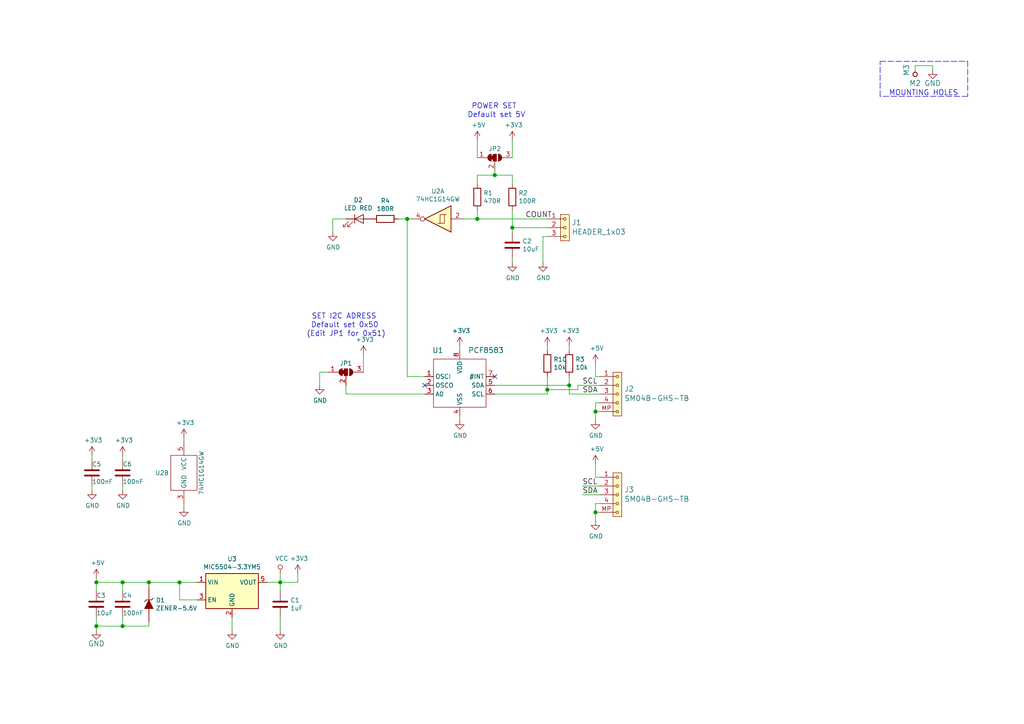
<source format=kicad_sch>
(kicad_sch (version 20210126) (generator eeschema)
  (paper "A4")
  (title_block (title "TFRPM01C") (date "2021-01-23") (company "ThunderFly s.r.o.") (comment 1 "RPM measuring device") (comment 2 "Jacho  <info@thunderfly.cz>"))
  (lib_symbols
    (symbol "Device:C" (pin_numbers hide) (pin_names (offset 0.254))
      (property "Reference" "C" (at 0.635 2.54 0))
      (property "Value" "C" (at 0.635 -2.54 0))
      (symbol "C_0_1"
        (polyline (pts (xy -2.032 -0.762) (xy 2.032 -0.762)) (stroke (width 0.508)))
        (polyline (pts (xy -2.032 0.762) (xy 2.032 0.762)) (stroke (width 0.508)))
      )
      (symbol "C_1_1"
        (pin passive line (at 0 3.81 270) (length 2.794) (name "~") (number "1"))
        (pin passive line (at 0 -3.81 90) (length 2.794) (name "~") (number "2"))
      )
    )
    (symbol "Device:LED" (pin_numbers hide) (pin_names (offset 1.016) hide)
      (property "Reference" "D" (at 0 2.54 0))
      (property "Value" "LED" (at 0 -2.54 0))
      (symbol "LED_0_1"
        (polyline (pts (xy -1.27 -1.27) (xy -1.27 1.27)) (stroke (width 0.2032)))
        (polyline (pts (xy -1.27 0) (xy 1.27 0)))
        (polyline (pts (xy 1.27 -1.27) (xy 1.27 1.27) (xy -1.27 0) (xy 1.27 -1.27)) (stroke (width 0.2032)))
        (polyline (pts (xy -3.048 -0.762) (xy -4.572 -2.286) (xy -3.81 -2.286) (xy -4.572 -2.286) (xy -4.572 -1.524)))
        (polyline (pts (xy -1.778 -0.762) (xy -3.302 -2.286) (xy -2.54 -2.286) (xy -3.302 -2.286) (xy -3.302 -1.524)))
      )
      (symbol "LED_1_1"
        (pin passive line (at -3.81 0 0) (length 2.54) (name "K") (number "1"))
        (pin passive line (at 3.81 0 180) (length 2.54) (name "A") (number "2"))
      )
    )
    (symbol "Device:R" (pin_numbers hide) (pin_names (offset 0))
      (property "Reference" "R" (at 2.032 0 90))
      (property "Value" "R" (at 0 0 90))
      (symbol "R_0_1"
        (rectangle (start -1.016 -2.54) (end 1.016 2.54) (stroke (width 0.254)))
      )
      (symbol "R_1_1"
        (pin passive line (at 0 3.81 270) (length 1.27) (name "~") (number "1"))
        (pin passive line (at 0 -3.81 90) (length 1.27) (name "~") (number "2"))
      )
    )
    (symbol "Jumper:SolderJumper_3_Bridged12" (pin_names (offset 0) hide)
      (property "Reference" "JP" (at -2.54 -2.54 0))
      (property "Value" "SolderJumper_3_Bridged12" (at 0 2.794 0))
      (symbol "SolderJumper_3_Bridged12_0_1"
        (arc (start -1.016 1.016) (end -1.016 -1.016) (radius (at -1.016 0) (length 1.016) (angles 90.1 -90.1)))
        (arc (start -1.016 1.016) (end -1.016 -1.016) (radius (at -1.016 0) (length 1.016) (angles 90.1 -90.1)) (fill (type outline)))
        (arc (start 1.016 -1.016) (end 1.016 1.016) (radius (at 1.016 0) (length 1.016) (angles -89.9 89.9)))
        (arc (start 1.016 -1.016) (end 1.016 1.016) (radius (at 1.016 0) (length 1.016) (angles -89.9 89.9)) (fill (type outline)))
        (rectangle (start -1.016 0.508) (end -0.508 -0.508) (fill (type outline)))
        (rectangle (start -0.508 1.016) (end 0.508 -1.016) (fill (type outline)))
        (polyline (pts (xy -2.54 0) (xy -2.032 0)))
        (polyline (pts (xy -1.016 1.016) (xy -1.016 -1.016)))
        (polyline (pts (xy 0 -1.27) (xy 0 -1.016)))
        (polyline (pts (xy 1.016 1.016) (xy 1.016 -1.016)))
        (polyline (pts (xy 2.54 0) (xy 2.032 0)))
      )
      (symbol "SolderJumper_3_Bridged12_1_1"
        (pin passive line (at -5.08 0 0) (length 2.54) (name "A") (number "1"))
        (pin input line (at 0 -3.81 90) (length 2.54) (name "C") (number "2"))
        (pin passive line (at 5.08 0 180) (length 2.54) (name "B") (number "3"))
      )
    )
    (symbol "MLAB_CONNECTORS_JST:SM04B-GHS-TB" (pin_names (offset 1.016))
      (property "Reference" "J" (at 0 -7.62 0))
      (property "Value" "SM04B-GHS-TB" (at 0 7.62 0))
      (symbol "SM04B-GHS-TB_0_1"
        (circle (center 0 -5.08) (radius 0.381))
        (circle (center 0 -2.54) (radius 0.381))
        (circle (center 0 0) (radius 0.381))
        (circle (center 0 2.54) (radius 0.381))
        (circle (center 0 5.08) (radius 0.381))
        (rectangle (start -1.27 6.35) (end 1.27 -6.35) (fill (type background)))
        (polyline (pts (xy -1.27 -5.08) (xy -0.381 -5.08)))
        (polyline (pts (xy -1.27 -2.54) (xy -0.381 -2.54)))
        (polyline (pts (xy -1.27 0) (xy -0.381 0)))
        (polyline (pts (xy -1.27 2.54) (xy -0.381 2.54)))
        (polyline (pts (xy -1.27 5.08) (xy -0.381 5.08)))
      )
      (symbol "SM04B-GHS-TB_1_1"
        (pin input line (at -5.08 5.08 0) (length 3.81) (name "~") (number "1"))
        (pin input line (at -5.08 2.54 0) (length 3.81) (name "~") (number "2"))
        (pin input line (at -5.08 0 0) (length 3.81) (name "~") (number "3"))
        (pin input line (at -5.08 -2.54 0) (length 3.81) (name "~") (number "4"))
        (pin input line (at -5.08 -5.08 0) (length 3.81) (name "~") (number "MP"))
      )
    )
    (symbol "MLAB_D:D_ZENER" (pin_numbers hide) (pin_names (offset 1.016) hide)
      (property "Reference" "D" (at 0 2.54 0))
      (property "Value" "D_ZENER" (at 0 -2.54 0))
      (symbol "D_ZENER_0_1"
        (polyline (pts (xy -1.778 1.27) (xy -1.27 0.762) (xy -1.27 -0.762) (xy -0.762 -1.27) (xy -0.762 -1.27)) (stroke (width 0.2032)))
        (polyline (pts (xy -1.27 0) (xy 1.27 1.27) (xy 1.27 -1.27) (xy -1.27 0) (xy -1.27 0)) (fill (type outline)))
      )
      (symbol "D_ZENER_1_1"
        (pin passive line (at -5.08 0 0) (length 3.81) (name "K") (number "1"))
        (pin passive line (at 5.08 0 180) (length 3.81) (name "A") (number "2"))
      )
    )
    (symbol "MLAB_HEADER:HEADER_1x03" (pin_names (offset 1.016))
      (property "Reference" "J" (at 0 -5.08 0))
      (property "Value" "HEADER_1x03" (at 0 5.08 0))
      (symbol "HEADER_1x03_0_1"
        (circle (center 0 2.54) (radius 0.381))
        (circle (center 0 0) (radius 0.381))
        (circle (center 0 -2.54) (radius 0.381))
        (rectangle (start -1.27 3.81) (end 1.27 -3.81) (fill (type background)))
        (polyline (pts (xy -1.27 2.54) (xy -0.381 2.54)))
        (polyline (pts (xy -1.27 0) (xy -0.381 0)))
        (polyline (pts (xy -1.27 -2.54) (xy -0.381 -2.54)))
      )
      (symbol "HEADER_1x03_1_1"
        (pin input line (at -5.08 2.54 0) (length 3.81) (name "~") (number "1"))
        (pin input line (at -5.08 0 0) (length 3.81) (name "~") (number "2"))
        (pin input line (at -5.08 -2.54 0) (length 3.81) (name "~") (number "3"))
      )
    )
    (symbol "MLAB_IO:74AHC1G14GV"
      (property "Reference" "U" (at -2.54 1.27 0))
      (property "Value" "74AHC1G14GV" (at 1.27 -6.35 0))
      (symbol "74AHC1G14GV_1_0"
        (polyline (pts (xy -3.81 3.81) (xy -3.81 -3.81) (xy 3.81 0) (xy -3.81 3.81)) (stroke (width 0.254)) (fill (type background)))
        (pin input line (at -7.62 0 0) (length 3.81) (name "~") (number "2"))
        (pin output inverted (at 7.62 0 180) (length 3.81) (name "~") (number "4"))
      )
      (symbol "74AHC1G14GV_1_1"
        (polyline (pts (xy -1.905 -1.27) (xy -1.905 1.27) (xy -0.635 1.27)))
        (polyline (pts (xy -2.54 -1.27) (xy -0.635 -1.27) (xy -0.635 1.27) (xy 0 1.27)))
      )
      (symbol "74AHC1G14GV_2_0"
        (pin input line (at 0 -8.89 90) (length 3.81) (name "GND") (number "3"))
        (pin input line (at 0 8.89 270) (length 3.81) (name "VCC") (number "5"))
      )
      (symbol "74AHC1G14GV_2_1"
        (rectangle (start -3.81 5.08) (end 3.81 -5.08))
      )
    )
    (symbol "MLAB_IO:PCF8583"
      (property "Reference" "U" (at -5.08 10.16 0))
      (property "Value" "PCF8583" (at 7.62 10.16 0))
      (symbol "PCF8583_0_1"
        (rectangle (start -7.62 8.89) (end 7.62 -5.08))
      )
      (symbol "PCF8583_1_1"
        (pin input line (at -10.16 3.81 0) (length 2.54) (name "OSCI") (number "1"))
        (pin output line (at -10.16 1.27 0) (length 2.54) (name "OSCO") (number "2"))
        (pin input line (at -10.16 -1.27 0) (length 2.54) (name "A0") (number "3"))
        (pin power_in line (at 0 -7.62 90) (length 2.54) (name "VSS") (number "4"))
        (pin bidirectional line (at 10.16 1.27 180) (length 2.54) (name "SDA") (number "5"))
        (pin input line (at 10.16 -1.27 180) (length 2.54) (name "SCL") (number "6"))
        (pin output line (at 10.16 3.81 180) (length 2.54) (name "#INT") (number "7"))
        (pin power_in line (at 0 11.43 270) (length 2.54) (name "VDD") (number "8"))
      )
    )
    (symbol "MLAB_MECHANICAL:HOLE" (pin_numbers hide) (pin_names (offset 1.016) hide)
      (property "Reference" "M" (at 0 2.54 0))
      (property "Value" "HOLE" (at 0 -2.54 0))
      (symbol "HOLE_0_1"
        (circle (center 0 0) (radius 0.635) (stroke (width 0.254)))
      )
      (symbol "HOLE_1_1"
        (pin input line (at 1.27 0 180) (length 0.635) (name "~") (number "1"))
      )
    )
    (symbol "Regulator_Linear:MIC5504-3.3YM5"
      (property "Reference" "U" (at -7.62 8.89 0))
      (property "Value" "MIC5504-3.3YM5" (at -7.62 6.35 0))
      (symbol "MIC5504-3.3YM5_0_1"
        (rectangle (start -7.62 -5.08) (end 7.62 5.08) (stroke (width 0.254)) (fill (type background)))
      )
      (symbol "MIC5504-3.3YM5_1_1"
        (pin power_in line (at -10.16 2.54 0) (length 2.54) (name "VIN") (number "1"))
        (pin power_in line (at 0 -7.62 90) (length 2.54) (name "GND") (number "2"))
        (pin input line (at -10.16 -2.54 0) (length 2.54) (name "EN") (number "3"))
        (pin no_connect line (at 7.62 -2.54 180) (length 2.54) hide (name "NC") (number "4"))
        (pin power_out line (at 10.16 2.54 180) (length 2.54) (name "VOUT") (number "5"))
      )
    )
    (symbol "power:+3V3" (power) (pin_names (offset 0))
      (property "Value" "+3V3" (at 0 3.556 0))
      (symbol "+3V3_0_1"
        (polyline (pts (xy -0.762 1.27) (xy 0 2.54)))
        (polyline (pts (xy 0 0) (xy 0 2.54)))
        (polyline (pts (xy 0 2.54) (xy 0.762 1.27)))
      )
      (symbol "+3V3_1_1"
        (pin power_in line (at 0 0 90) (length 0) hide (name "+3V3") (number "1"))
      )
    )
    (symbol "power:+5V" (power) (pin_names (offset 0))
      (property "Value" "+5V" (at 0 3.556 0))
      (symbol "+5V_0_1"
        (polyline (pts (xy -0.762 1.27) (xy 0 2.54)))
        (polyline (pts (xy 0 0) (xy 0 2.54)))
        (polyline (pts (xy 0 2.54) (xy 0.762 1.27)))
      )
      (symbol "+5V_1_1"
        (pin power_in line (at 0 0 90) (length 0) hide (name "+5V") (number "1"))
      )
    )
    (symbol "power:GND" (power) (pin_names (offset 0))
      (property "Value" "GND" (at 0 -3.81 0))
      (symbol "GND_0_1"
        (polyline (pts (xy 0 0) (xy 0 -1.27) (xy 1.27 -1.27) (xy 0 -2.54) (xy -1.27 -1.27) (xy 0 -1.27)))
      )
      (symbol "GND_1_1"
        (pin power_in line (at 0 0 270) (length 0) hide (name "GND") (number "1"))
      )
    )
    (symbol "power:VCC" (power) (pin_names (offset 0))
      (property "Value" "VCC" (at 0 3.81 0))
      (symbol "VCC_0_1"
        (circle (center 0 1.905) (radius 0.635))
        (polyline (pts (xy 0 0) (xy 0 1.27)))
      )
      (symbol "VCC_1_1"
        (pin power_in line (at 0 0 90) (length 0) hide (name "VCC") (number "1"))
      )
    )
  )
  (junction (at 27.94 168.91) (diameter 1.016))
  (junction (at 27.94 181.61) (diameter 1.016))
  (junction (at 35.56 168.91) (diameter 1.016))
  (junction (at 35.56 181.61) (diameter 1.016))
  (junction (at 43.18 168.91) (diameter 1.016))
  (junction (at 52.07 168.91) (diameter 1.016))
  (junction (at 81.28 168.91) (diameter 1.016))
  (junction (at 118.11 63.5) (diameter 1.016))
  (junction (at 138.43 63.5) (diameter 1.016))
  (junction (at 143.51 50.8) (diameter 1.016))
  (junction (at 148.59 66.04) (diameter 1.016))
  (junction (at 158.75 113.03) (diameter 1.016))
  (junction (at 165.1 111.76) (diameter 1.016))
  (junction (at 172.72 119.38) (diameter 1.016))
  (junction (at 172.72 148.59) (diameter 1.016))
  (no_connect (at 123.19 111.76))
  (no_connect (at 143.51 109.22))
  (wire (pts (xy 26.67 132.08) (xy 26.67 133.35)))
  (wire (pts (xy 26.67 140.97) (xy 26.67 142.24)))
  (wire (pts (xy 27.94 167.64) (xy 27.94 168.91)))
  (wire (pts (xy 27.94 168.91) (xy 35.56 168.91)))
  (wire (pts (xy 27.94 171.45) (xy 27.94 168.91)))
  (wire (pts (xy 27.94 179.07) (xy 27.94 181.61)))
  (wire (pts (xy 27.94 181.61) (xy 27.94 182.88)))
  (wire (pts (xy 27.94 181.61) (xy 35.56 181.61)))
  (wire (pts (xy 35.56 132.08) (xy 35.56 133.35)))
  (wire (pts (xy 35.56 140.97) (xy 35.56 142.24)))
  (wire (pts (xy 35.56 168.91) (xy 43.18 168.91)))
  (wire (pts (xy 35.56 171.45) (xy 35.56 168.91)))
  (wire (pts (xy 35.56 179.07) (xy 35.56 181.61)))
  (wire (pts (xy 35.56 181.61) (xy 43.18 181.61)))
  (wire (pts (xy 43.18 168.91) (xy 52.07 168.91)))
  (wire (pts (xy 43.18 170.18) (xy 43.18 168.91)))
  (wire (pts (xy 43.18 180.34) (xy 43.18 181.61)))
  (wire (pts (xy 52.07 173.99) (xy 52.07 168.91)))
  (wire (pts (xy 53.34 127) (xy 53.34 128.27)))
  (wire (pts (xy 53.34 146.05) (xy 53.34 147.32)))
  (wire (pts (xy 57.15 168.91) (xy 52.07 168.91)))
  (wire (pts (xy 57.15 173.99) (xy 52.07 173.99)))
  (wire (pts (xy 67.31 179.07) (xy 67.31 182.88)))
  (wire (pts (xy 77.47 168.91) (xy 81.28 168.91)))
  (wire (pts (xy 81.28 166.37) (xy 81.28 168.91)))
  (wire (pts (xy 81.28 168.91) (xy 81.28 171.45)))
  (wire (pts (xy 81.28 168.91) (xy 86.36 168.91)))
  (wire (pts (xy 81.28 179.07) (xy 81.28 182.88)))
  (wire (pts (xy 86.36 168.91) (xy 86.36 166.37)))
  (wire (pts (xy 92.71 107.95) (xy 92.71 111.76)))
  (wire (pts (xy 95.25 107.95) (xy 92.71 107.95)))
  (wire (pts (xy 96.52 63.5) (xy 100.33 63.5)))
  (wire (pts (xy 96.52 67.31) (xy 96.52 63.5)))
  (wire (pts (xy 100.33 114.3) (xy 100.33 111.76)))
  (wire (pts (xy 100.33 114.3) (xy 123.19 114.3)))
  (wire (pts (xy 105.41 102.87) (xy 105.41 107.95)))
  (wire (pts (xy 115.57 63.5) (xy 118.11 63.5)))
  (wire (pts (xy 118.11 63.5) (xy 118.11 109.22)))
  (wire (pts (xy 118.11 63.5) (xy 119.38 63.5)))
  (wire (pts (xy 118.11 109.22) (xy 123.19 109.22)))
  (wire (pts (xy 133.35 100.33) (xy 133.35 101.6)))
  (wire (pts (xy 133.35 121.92) (xy 133.35 120.65)))
  (wire (pts (xy 134.62 63.5) (xy 138.43 63.5)))
  (wire (pts (xy 138.43 40.64) (xy 138.43 45.72)))
  (wire (pts (xy 138.43 50.8) (xy 138.43 53.34)))
  (wire (pts (xy 138.43 50.8) (xy 143.51 50.8)))
  (wire (pts (xy 138.43 60.96) (xy 138.43 63.5)))
  (wire (pts (xy 138.43 63.5) (xy 158.75 63.5)))
  (wire (pts (xy 143.51 49.53) (xy 143.51 50.8)))
  (wire (pts (xy 143.51 50.8) (xy 148.59 50.8)))
  (wire (pts (xy 143.51 111.76) (xy 165.1 111.76)))
  (wire (pts (xy 148.59 40.64) (xy 148.59 45.72)))
  (wire (pts (xy 148.59 50.8) (xy 148.59 53.34)))
  (wire (pts (xy 148.59 60.96) (xy 148.59 66.04)))
  (wire (pts (xy 148.59 66.04) (xy 148.59 67.31)))
  (wire (pts (xy 148.59 66.04) (xy 158.75 66.04)))
  (wire (pts (xy 148.59 74.93) (xy 148.59 76.2)))
  (wire (pts (xy 157.48 68.58) (xy 157.48 76.2)))
  (wire (pts (xy 158.75 68.58) (xy 157.48 68.58)))
  (wire (pts (xy 158.75 100.33) (xy 158.75 101.6)))
  (wire (pts (xy 158.75 109.22) (xy 158.75 113.03)))
  (wire (pts (xy 158.75 113.03) (xy 158.75 114.3)))
  (wire (pts (xy 158.75 113.03) (xy 167.64 113.03)))
  (wire (pts (xy 158.75 114.3) (xy 143.51 114.3)))
  (wire (pts (xy 165.1 100.33) (xy 165.1 101.6)))
  (wire (pts (xy 165.1 109.22) (xy 165.1 111.76)))
  (wire (pts (xy 165.1 111.76) (xy 165.1 114.3)))
  (wire (pts (xy 165.1 114.3) (xy 173.99 114.3)))
  (wire (pts (xy 167.64 111.76) (xy 173.99 111.76)))
  (wire (pts (xy 167.64 113.03) (xy 167.64 111.76)))
  (wire (pts (xy 168.91 140.97) (xy 173.99 140.97)))
  (wire (pts (xy 168.91 143.51) (xy 173.99 143.51)))
  (wire (pts (xy 172.72 105.41) (xy 172.72 109.22)))
  (wire (pts (xy 172.72 109.22) (xy 173.99 109.22)))
  (wire (pts (xy 172.72 116.84) (xy 172.72 119.38)))
  (wire (pts (xy 172.72 119.38) (xy 172.72 121.92)))
  (wire (pts (xy 172.72 134.62) (xy 172.72 138.43)))
  (wire (pts (xy 172.72 138.43) (xy 173.99 138.43)))
  (wire (pts (xy 172.72 146.05) (xy 172.72 148.59)))
  (wire (pts (xy 172.72 148.59) (xy 172.72 151.13)))
  (wire (pts (xy 173.99 116.84) (xy 172.72 116.84)))
  (wire (pts (xy 173.99 119.38) (xy 172.72 119.38)))
  (wire (pts (xy 173.99 146.05) (xy 172.72 146.05)))
  (wire (pts (xy 173.99 148.59) (xy 172.72 148.59)))
  (wire (pts (xy 265.43 20.32) (xy 265.43 19.05)))
  (wire (pts (xy 270.51 19.05) (xy 265.43 19.05)))
  (wire (pts (xy 270.51 20.32) (xy 270.51 19.05)))
  (polyline (pts (xy 255.27 17.78) (xy 280.67 17.78)) (stroke (width 0) (type dash)))
  (polyline (pts (xy 255.27 27.94) (xy 255.27 17.78)) (stroke (width 0) (type dash)))
  (polyline (pts (xy 280.67 17.78) (xy 280.67 27.94)) (stroke (width 0) (type dash)))
  (polyline (pts (xy 280.67 27.94) (xy 255.27 27.94)) (stroke (width 0) (type dash)))
  (text "(Edit JP1 for 0x51)" (at 88.9 97.79 0) (effects (font (size 1.524 1.524)) (justify left bottom)))
  (text "Default set 0x50" (at 90.17 95.25 0) (effects (font (size 1.524 1.524)) (justify left bottom)))
  (text "SET I2C ADRESS" (at 109.22 92.71 180) (effects (font (size 1.524 1.524)) (justify right bottom)))
  (text "POWER SET\n" (at 149.86 31.75 180) (effects (font (size 1.524 1.524)) (justify right bottom)))
  (text "Default set 5V" (at 152.4 34.29 180) (effects (font (size 1.524 1.524)) (justify right bottom)))
  (text "MOUNTING HOLES" (at 257.81 27.94 0) (effects (font (size 1.524 1.524)) (justify left bottom)))
  (label "COUNT" (at 152.4 63.5 0) (effects (font (size 1.524 1.524))))
  (label "SCL" (at 168.91 111.76 0) (effects (font (size 1.524 1.524))))
  (label "SDA" (at 168.91 114.3 0) (effects (font (size 1.524 1.524))))
  (label "SCL" (at 168.91 140.97 0) (effects (font (size 1.524 1.524))))
  (label "SDA" (at 168.91 143.51 0) (effects (font (size 1.524 1.524))))
  (symbol (lib_id "MLAB_MECHANICAL:HOLE") (at 265.43 21.59 90) (unit 1)
    (property "Reference" "M2" (at 265.43 24.13 90) (effects (font (size 1.524 1.524))))
    (property "Value" "M3" (at 262.89 20.32 0) (effects (font (size 1.524 1.524))))
    (property "Footprint" "Mlab_Mechanical:MountingHole_3mm" (effects hide))
  )
  (symbol (lib_id "power:VCC") (at 81.28 166.37 0) (unit 1)
    (property "Reference" "#PWR0111" (effects hide))
    (property "Value" "VCC" (at 81.7118 161.9758 0))
  )
  (symbol (lib_id "power:+3V3") (at 26.67 132.08 0) (unit 1)
    (property "Reference" "#PWR0117" (effects hide))
    (property "Value" "+3V3" (at 27.051 127.6858 0))
  )
  (symbol (lib_id "power:+5V") (at 27.94 167.64 0) (unit 1)
    (property "Reference" "#PWR0105" (effects hide))
    (property "Value" "+5V" (at 28.321 163.2458 0))
  )
  (symbol (lib_id "power:+3V3") (at 35.56 132.08 0) (unit 1)
    (property "Reference" "#PWR0120" (effects hide))
    (property "Value" "+3V3" (at 35.941 127.6858 0))
  )
  (symbol (lib_id "power:+3V3") (at 53.34 127 0) (unit 1)
    (property "Reference" "#PWR0121" (effects hide))
    (property "Value" "+3V3" (at 53.721 122.6058 0))
  )
  (symbol (lib_id "power:+3V3") (at 86.36 166.37 0) (unit 1)
    (property "Reference" "#PWR0112" (effects hide))
    (property "Value" "+3V3" (at 86.741 161.9758 0))
  )
  (symbol (lib_id "power:+3V3") (at 105.41 102.87 0) (unit 1)
    (property "Reference" "#PWR0106" (effects hide))
    (property "Value" "+3V3" (at 105.791 98.4758 0))
  )
  (symbol (lib_id "power:+3V3") (at 133.35 100.33 0) (unit 1)
    (property "Reference" "#PWR0110" (effects hide))
    (property "Value" "+3V3" (at 133.731 95.9358 0))
  )
  (symbol (lib_id "power:+5V") (at 138.43 40.64 0) (unit 1)
    (property "Reference" "#PWR0101" (effects hide))
    (property "Value" "+5V" (at 138.811 36.2458 0))
  )
  (symbol (lib_id "power:+3V3") (at 148.59 40.64 0) (unit 1)
    (property "Reference" "#PWR0104" (effects hide))
    (property "Value" "+3V3" (at 148.971 36.2458 0))
  )
  (symbol (lib_id "power:+3V3") (at 158.75 100.33 0) (unit 1)
    (property "Reference" "#PWR0107" (effects hide))
    (property "Value" "+3V3" (at 159.131 95.9358 0))
  )
  (symbol (lib_id "power:+3V3") (at 165.1 100.33 0) (unit 1)
    (property "Reference" "#PWR0108" (effects hide))
    (property "Value" "+3V3" (at 165.481 95.9358 0))
  )
  (symbol (lib_id "power:+5V") (at 172.72 105.41 0) (unit 1)
    (property "Reference" "#PWR0109" (effects hide))
    (property "Value" "+5V" (at 173.101 101.0158 0))
  )
  (symbol (lib_id "power:+5V") (at 172.72 134.62 0) (unit 1)
    (property "Reference" "#PWR0116" (effects hide))
    (property "Value" "+5V" (at 173.101 130.2258 0))
  )
  (symbol (lib_id "power:GND") (at 26.67 142.24 0) (unit 1)
    (property "Reference" "#PWR0118" (effects hide))
    (property "Value" "GND" (at 26.797 146.6342 0))
  )
  (symbol (lib_id "power:GND") (at 27.94 182.88 0) (unit 1)
    (property "Reference" "#PWR012" (effects hide))
    (property "Value" "GND" (at 27.94 186.69 0) (effects (font (size 1.524 1.524))))
  )
  (symbol (lib_id "power:GND") (at 35.56 142.24 0) (unit 1)
    (property "Reference" "#PWR0119" (effects hide))
    (property "Value" "GND" (at 35.687 146.6342 0))
  )
  (symbol (lib_id "power:GND") (at 53.34 147.32 0) (unit 1)
    (property "Reference" "#PWR0122" (effects hide))
    (property "Value" "GND" (at 53.467 151.7142 0))
  )
  (symbol (lib_id "power:GND") (at 67.31 182.88 0) (unit 1)
    (property "Reference" "#PWR0113" (effects hide))
    (property "Value" "GND" (at 67.437 187.2742 0))
  )
  (symbol (lib_id "power:GND") (at 81.28 182.88 0) (unit 1)
    (property "Reference" "#PWR0114" (effects hide))
    (property "Value" "GND" (at 81.407 187.2742 0))
  )
  (symbol (lib_id "power:GND") (at 92.71 111.76 0) (unit 1)
    (property "Reference" "#PWR04" (effects hide))
    (property "Value" "GND" (at 92.837 116.1542 0))
  )
  (symbol (lib_id "power:GND") (at 96.52 67.31 0) (unit 1)
    (property "Reference" "#PWR014" (effects hide))
    (property "Value" "GND" (at 96.647 71.7042 0))
  )
  (symbol (lib_id "power:GND") (at 133.35 121.92 0) (unit 1)
    (property "Reference" "#PWR06" (effects hide))
    (property "Value" "GND" (at 133.477 126.3142 0))
  )
  (symbol (lib_id "power:GND") (at 148.59 76.2 0) (unit 1)
    (property "Reference" "#PWR0103" (effects hide))
    (property "Value" "GND" (at 148.717 80.5942 0))
  )
  (symbol (lib_id "power:GND") (at 157.48 76.2 0) (unit 1)
    (property "Reference" "#PWR0102" (effects hide))
    (property "Value" "GND" (at 157.607 80.5942 0))
  )
  (symbol (lib_id "power:GND") (at 172.72 121.92 0) (unit 1)
    (property "Reference" "#PWR09" (effects hide))
    (property "Value" "GND" (at 172.847 126.3142 0))
  )
  (symbol (lib_id "power:GND") (at 172.72 151.13 0) (unit 1)
    (property "Reference" "#PWR0115" (effects hide))
    (property "Value" "GND" (at 172.847 155.5242 0))
  )
  (symbol (lib_id "power:GND") (at 270.51 20.32 0) (unit 1)
    (property "Reference" "#PWR013" (effects hide))
    (property "Value" "GND" (at 270.51 24.13 0) (effects (font (size 1.524 1.524))))
  )
  (symbol (lib_id "Device:R") (at 111.76 63.5 270) (unit 1)
    (property "Reference" "R4" (at 111.76 58.2422 90))
    (property "Value" "180R" (at 111.76 60.5536 90))
    (property "Footprint" "Mlab_R:SMD-0603" (effects hide))
    (property "UST_id" "5c70984512875079b91f8957" (effects hide))
    (property "UST_ID" "5c70984512875079b91f8957" (effects hide))
  )
  (symbol (lib_id "Device:R") (at 138.43 57.15 0) (unit 1)
    (property "Reference" "R1" (at 140.208 55.9816 0) (effects (justify left)))
    (property "Value" "470R" (at 140.208 58.293 0) (effects (justify left)))
    (property "Footprint" "Mlab_R:SMD-0805" (effects hide))
    (property "UST_id" "5c70984512875079b91f8959" (effects hide))
    (property "UST_ID" "5c70984512875079b91f8959" (effects hide))
  )
  (symbol (lib_id "Device:R") (at 148.59 57.15 180) (unit 1)
    (property "Reference" "R2" (at 150.368 55.982 0) (effects (justify right)))
    (property "Value" "100R" (at 150.368 58.293 0) (effects (justify right)))
    (property "Footprint" "Mlab_R:SMD-0805" (effects hide))
    (property "UST_id" "5c70984512875079b91f8956" (effects hide))
  )
  (symbol (lib_id "Device:R") (at 158.75 105.41 0) (unit 1)
    (property "Reference" "R10" (at 160.528 104.242 0) (effects (justify left)))
    (property "Value" "10k" (at 160.528 106.553 0) (effects (justify left)))
    (property "Footprint" "Mlab_R:SMD-0603" (effects hide))
    (property "UST_id" "5c70984512875079b91f8962" (effects hide))
  )
  (symbol (lib_id "Device:R") (at 165.1 105.41 0) (unit 1)
    (property "Reference" "R3" (at 166.878 104.2416 0) (effects (justify left)))
    (property "Value" "10k" (at 166.878 106.553 0) (effects (justify left)))
    (property "Footprint" "Mlab_R:SMD-0603" (effects hide))
    (property "UST_id" "5c70984512875079b91f8962" (effects hide))
  )
  (symbol (lib_id "MLAB_D:D_ZENER") (at 43.18 175.26 270) (unit 1)
    (property "Reference" "D1" (at 45.1866 174.0916 90) (effects (justify left)))
    (property "Value" "ZENER-5.6V" (at 45.1866 176.403 90) (effects (justify left)))
    (property "Footprint" "Mlab_D:Diode-MiniMELF_Standard" (effects hide))
    (property "UST_id" "5c70984512875079b91f88b2" (effects hide))
    (property "UST_ID" "5c70984512875079b91f88b2" (effects hide))
  )
  (symbol (lib_id "Device:LED") (at 104.14 63.5 0) (unit 1)
    (property "Reference" "D2" (at 103.9114 58.0136 0))
    (property "Value" "LED RED" (at 103.9114 60.325 0))
    (property "Footprint" "Mlab_D:LED_1206" (effects hide))
    (property "UST_id" "5c70984412875079b91f8896" (effects hide))
    (property "UST_ID" "5c70984412875079b91f8896" (effects hide))
  )
  (symbol (lib_id "Device:C") (at 26.67 137.16 0) (unit 1)
    (property "Reference" "C5" (at 26.67 134.62 0) (effects (justify left)))
    (property "Value" "100nF" (at 26.67 139.7 0) (effects (justify left)))
    (property "Footprint" "Mlab_R:SMD-0603" (effects hide))
    (property "UST_id" "5c70984812875079b91f8bf2" (effects hide))
    (property "UST_ID" "5c70984812875079b91f8bf2" (effects hide))
  )
  (symbol (lib_id "Device:C") (at 27.94 175.26 0) (unit 1)
    (property "Reference" "C3" (at 27.94 172.72 0) (effects (justify left)))
    (property "Value" "10uF" (at 27.94 177.8 0) (effects (justify left)))
    (property "Footprint" "Mlab_R:SMD-0805" (effects hide))
    (property "UST_id" "5c70984812875079b91f8bbd" (effects hide))
    (property "UST_ID" "5c70984812875079b91f8bbd" (effects hide))
  )
  (symbol (lib_id "Device:C") (at 35.56 137.16 0) (unit 1)
    (property "Reference" "C6" (at 35.56 134.62 0) (effects (justify left)))
    (property "Value" "100nF" (at 35.56 139.7 0) (effects (justify left)))
    (property "Footprint" "Mlab_R:SMD-0603" (effects hide))
    (property "UST_id" "5c70984812875079b91f8bf2" (effects hide))
    (property "UST_ID" "5c70984812875079b91f8bf2" (effects hide))
  )
  (symbol (lib_id "Device:C") (at 35.56 175.26 0) (unit 1)
    (property "Reference" "C4" (at 35.56 172.72 0) (effects (justify left)))
    (property "Value" "100nF" (at 35.56 177.8 0) (effects (justify left)))
    (property "Footprint" "Mlab_R:SMD-0603" (effects hide))
    (property "UST_id" "5c70984812875079b91f8bf2" (effects hide))
    (property "UST_ID" "5c70984812875079b91f8bf2" (effects hide))
  )
  (symbol (lib_id "Device:C") (at 81.28 175.26 0) (unit 1)
    (property "Reference" "C1" (at 84.201 174.0916 0) (effects (justify left)))
    (property "Value" "1uF" (at 84.201 176.403 0) (effects (justify left)))
    (property "Footprint" "Mlab_R:SMD-0603" (effects hide))
    (property "UST_id" "5c70984812875079b91f8bc2" (effects hide))
    (property "UST_ID" "5c70984812875079b91f8bc2" (effects hide))
  )
  (symbol (lib_id "Device:C") (at 148.59 71.12 0) (unit 1)
    (property "Reference" "C2" (at 151.511 69.9516 0) (effects (justify left)))
    (property "Value" "10uF" (at 151.511 72.263 0) (effects (justify left)))
    (property "Footprint" "Mlab_R:SMD-0805" (effects hide))
    (property "UST_id" "5c70984812875079b91f8bbd" (effects hide))
    (property "UST_ID" "5c70984812875079b91f8bbd" (effects hide))
  )
  (symbol (lib_id "MLAB_HEADER:HEADER_1x03") (at 163.83 66.04 0) (unit 1)
    (property "Reference" "J1" (at 165.8112 64.5414 0) (effects (font (size 1.524 1.524)) (justify left)))
    (property "Value" "HEADER_1x03" (at 165.8112 67.2592 0) (effects (font (size 1.524 1.524)) (justify left)))
    (property "Footprint" "Connector_PinHeader_2.54mm:PinHeader_1x03_P2.54mm_Horizontal" (effects hide))
  )
  (symbol (lib_id "Jumper:SolderJumper_3_Bridged12") (at 100.33 107.95 0) (unit 1)
    (property "Reference" "JP1" (at 100.33 105.3908 0))
    (property "Value" "SolderJumper_3_Bridged12" (effects hide))
    (property "Footprint" "Jumper:SolderJumper-3_P1.3mm_Bridged12_RoundedPad1.0x1.5mm" (effects hide))
  )
  (symbol (lib_id "Jumper:SolderJumper_3_Bridged12") (at 143.51 45.72 0) (unit 1)
    (property "Reference" "JP2" (at 143.51 43.1608 0))
    (property "Value" "SolderJumper_3_Bridged12" (effects hide))
    (property "Footprint" "Jumper:SolderJumper-3_P1.3mm_Bridged12_RoundedPad1.0x1.5mm" (effects hide))
  )
  (symbol (lib_id "MLAB_CONNECTORS_JST:SM04B-GHS-TB") (at 179.07 114.3 0) (unit 1)
    (property "Reference" "J2" (at 181.0512 112.8014 0) (effects (font (size 1.524 1.524)) (justify left)))
    (property "Value" "SM04B-GHS-TB" (at 181.0512 115.5192 0) (effects (font (size 1.524 1.524)) (justify left)))
    (property "Footprint" "Connector_JST:JST_GH_SM04B-GHS-TB_1x04-1MP_P1.25mm_Horizontal" (effects hide))
    (property "UST_id" "5c86273d1287500b4e0280be" (effects hide))
    (property "UST_ID" "5c86273d1287500b4e0280be" (effects hide))
  )
  (symbol (lib_id "MLAB_CONNECTORS_JST:SM04B-GHS-TB") (at 179.07 143.51 0) (unit 1)
    (property "Reference" "J3" (at 181.0512 142.0114 0) (effects (font (size 1.524 1.524)) (justify left)))
    (property "Value" "SM04B-GHS-TB" (at 181.0512 144.7292 0) (effects (font (size 1.524 1.524)) (justify left)))
    (property "Footprint" "Connector_JST:JST_GH_SM04B-GHS-TB_1x04-1MP_P1.25mm_Horizontal" (effects hide))
    (property "UST_id" "5c86273d1287500b4e0280be" (effects hide))
    (property "UST_ID" "5c86273d1287500b4e0280be" (effects hide))
  )
  (symbol (lib_id "MLAB_IO:74AHC1G14GV") (at 127 63.5 180) (unit 1)
    (property "Reference" "U2" (at 127 55.4482 0))
    (property "Value" "74HC1G14GW" (at 127 57.7596 0))
    (property "Footprint" "Package_TO_SOT_SMD:SOT-353_SC-70-5" (effects hide))
    (property "Datasheet" "http://www.ti.com/lit/gpn/sn74HC14" (effects hide))
    (property "UST_id" "5c70984612875079b91f89e9" (effects hide))
    (property "UST_ID" "5c70984612875079b91f89e9" (effects hide))
  )
  (symbol (lib_id "MLAB_IO:74AHC1G14GV") (at 53.34 137.16 0) (mirror y) (unit 2)
    (property "Reference" "U2" (at 46.99 137.16 0))
    (property "Value" "74HC1G14GW" (at 58.42 137.16 90))
    (property "Footprint" "Package_TO_SOT_SMD:SOT-353_SC-70-5" (effects hide))
    (property "Datasheet" "http://www.ti.com/lit/gpn/sn74HC14" (effects hide))
    (property "UST_id" "5c70984712875079b91f8b5e" (effects hide))
    (property "UST_ID" "5c70984712875079b91f8b5e" (effects hide))
  )
  (symbol (lib_id "Regulator_Linear:MIC5504-3.3YM5") (at 67.31 171.45 0) (unit 1)
    (property "Reference" "U3" (at 67.31 162.1282 0))
    (property "Value" "MIC5504-3.3YM5" (at 67.31 164.4396 0))
    (property "Footprint" "Package_TO_SOT_SMD:SOT-23-5" (effects hide))
    (property "Datasheet" "http://ww1.microchip.com/downloads/en/DeviceDoc/MIC550X.pdf" (effects hide))
    (property "UST_id" "5c7255e81287500b4e112ea2" (effects hide))
    (property "UST_ID" "5c7255e81287500b4e112ea2" (effects hide))
  )
  (symbol (lib_id "MLAB_IO:PCF8583") (at 133.35 113.03 0) (unit 1)
    (property "Reference" "U1" (at 127 101.6 0) (effects (font (size 1.524 1.524))))
    (property "Value" "PCF8583" (at 140.97 101.6 0) (effects (font (size 1.524 1.524))))
    (property "Footprint" "Mlab_IO:SOT176-1" (effects hide))
    (property "UST_id" "5c70984712875079b91f8b59" (effects hide))
    (property "UST_ID" "5c70984712875079b91f8b59" (effects hide))
  )
)
</source>
